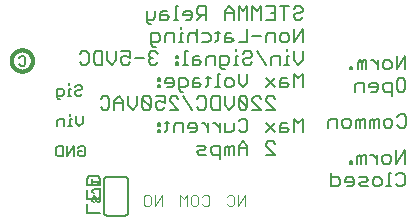
<source format=gbr>
G04 EAGLE Gerber RS-274X export*
G75*
%MOMM*%
%FSLAX34Y34*%
%LPD*%
%INSilkscreen Bottom*%
%IPPOS*%
%AMOC8*
5,1,8,0,0,1.08239X$1,22.5*%
G01*
%ADD10C,0.152400*%
%ADD11C,0.127000*%
%ADD12C,0.101600*%
%ADD13C,0.304800*%
%ADD14C,0.203200*%


D10*
X331506Y111683D02*
X333370Y113548D01*
X337099Y113548D01*
X338963Y111683D01*
X338963Y104226D01*
X337099Y102362D01*
X333370Y102362D01*
X331506Y104226D01*
X325405Y102362D02*
X321676Y102362D01*
X319812Y104226D01*
X319812Y107955D01*
X321676Y109819D01*
X325405Y109819D01*
X327269Y107955D01*
X327269Y104226D01*
X325405Y102362D01*
X315575Y102362D02*
X315575Y109819D01*
X313711Y109819D01*
X311847Y107955D01*
X311847Y102362D01*
X311847Y107955D02*
X309982Y109819D01*
X308118Y107955D01*
X308118Y102362D01*
X303881Y102362D02*
X303881Y109819D01*
X302017Y109819D01*
X300153Y107955D01*
X300153Y102362D01*
X300153Y107955D02*
X298288Y109819D01*
X296424Y107955D01*
X296424Y102362D01*
X290323Y102362D02*
X286594Y102362D01*
X284730Y104226D01*
X284730Y107955D01*
X286594Y109819D01*
X290323Y109819D01*
X292187Y107955D01*
X292187Y104226D01*
X290323Y102362D01*
X280493Y102362D02*
X280493Y109819D01*
X274900Y109819D01*
X273036Y107955D01*
X273036Y102362D01*
X337693Y83068D02*
X337693Y71882D01*
X330236Y71882D02*
X337693Y83068D01*
X330236Y83068D02*
X330236Y71882D01*
X324135Y71882D02*
X320406Y71882D01*
X318542Y73746D01*
X318542Y77475D01*
X320406Y79339D01*
X324135Y79339D01*
X325999Y77475D01*
X325999Y73746D01*
X324135Y71882D01*
X314305Y71882D02*
X314305Y79339D01*
X314305Y75611D02*
X310577Y79339D01*
X308712Y79339D01*
X304560Y79339D02*
X304560Y71882D01*
X304560Y79339D02*
X302696Y79339D01*
X300832Y77475D01*
X300832Y71882D01*
X300832Y77475D02*
X298967Y79339D01*
X297103Y77475D01*
X297103Y71882D01*
X292866Y71882D02*
X292866Y73746D01*
X291002Y73746D01*
X291002Y71882D01*
X292866Y71882D01*
X330236Y62153D02*
X332100Y64018D01*
X335829Y64018D01*
X337693Y62153D01*
X337693Y54696D01*
X335829Y52832D01*
X332100Y52832D01*
X330236Y54696D01*
X325999Y64018D02*
X324135Y64018D01*
X324135Y52832D01*
X325999Y52832D02*
X322271Y52832D01*
X316339Y52832D02*
X312610Y52832D01*
X310746Y54696D01*
X310746Y58425D01*
X312610Y60289D01*
X316339Y60289D01*
X318203Y58425D01*
X318203Y54696D01*
X316339Y52832D01*
X306509Y52832D02*
X300916Y52832D01*
X299052Y54696D01*
X300916Y56561D01*
X304645Y56561D01*
X306509Y58425D01*
X304645Y60289D01*
X299052Y60289D01*
X292951Y52832D02*
X289222Y52832D01*
X292951Y52832D02*
X294815Y54696D01*
X294815Y58425D01*
X292951Y60289D01*
X289222Y60289D01*
X287358Y58425D01*
X287358Y56561D01*
X294815Y56561D01*
X275664Y52832D02*
X275664Y64018D01*
X275664Y52832D02*
X281257Y52832D01*
X283121Y54696D01*
X283121Y58425D01*
X281257Y60289D01*
X275664Y60289D01*
X338328Y151892D02*
X338328Y163078D01*
X330871Y151892D01*
X330871Y163078D01*
X324770Y151892D02*
X321041Y151892D01*
X319177Y153756D01*
X319177Y157485D01*
X321041Y159349D01*
X324770Y159349D01*
X326634Y157485D01*
X326634Y153756D01*
X324770Y151892D01*
X314940Y151892D02*
X314940Y159349D01*
X314940Y155621D02*
X311212Y159349D01*
X309347Y159349D01*
X305195Y159349D02*
X305195Y151892D01*
X305195Y159349D02*
X303331Y159349D01*
X301467Y157485D01*
X301467Y151892D01*
X301467Y157485D02*
X299602Y159349D01*
X297738Y157485D01*
X297738Y151892D01*
X293501Y151892D02*
X293501Y153756D01*
X291637Y153756D01*
X291637Y151892D01*
X293501Y151892D01*
X332735Y144028D02*
X336464Y144028D01*
X338328Y142163D01*
X338328Y134706D01*
X336464Y132842D01*
X332735Y132842D01*
X330871Y134706D01*
X330871Y142163D01*
X332735Y144028D01*
X326634Y140299D02*
X326634Y129114D01*
X326634Y140299D02*
X321041Y140299D01*
X319177Y138435D01*
X319177Y134706D01*
X321041Y132842D01*
X326634Y132842D01*
X313076Y132842D02*
X309347Y132842D01*
X313076Y132842D02*
X314940Y134706D01*
X314940Y138435D01*
X313076Y140299D01*
X309347Y140299D01*
X307483Y138435D01*
X307483Y136571D01*
X314940Y136571D01*
X303246Y140299D02*
X303246Y132842D01*
X303246Y140299D02*
X297653Y140299D01*
X295789Y138435D01*
X295789Y132842D01*
D11*
X62924Y87003D02*
X61441Y85520D01*
X62924Y87003D02*
X65890Y87003D01*
X67373Y85520D01*
X67373Y79588D01*
X65890Y78105D01*
X62924Y78105D01*
X61441Y79588D01*
X61441Y82554D01*
X64407Y82554D01*
X58018Y78105D02*
X58018Y87003D01*
X52086Y78105D01*
X52086Y87003D01*
X48662Y87003D02*
X48662Y78105D01*
X44214Y78105D01*
X42731Y79588D01*
X42731Y85520D01*
X44214Y87003D01*
X48662Y87003D01*
X65179Y106471D02*
X65179Y112403D01*
X65179Y106471D02*
X62213Y103505D01*
X59247Y106471D01*
X59247Y112403D01*
X55823Y109437D02*
X54341Y109437D01*
X54341Y103505D01*
X55823Y103505D02*
X52858Y103505D01*
X54341Y112403D02*
X54341Y113886D01*
X49587Y109437D02*
X49587Y103505D01*
X49587Y109437D02*
X45138Y109437D01*
X43655Y107954D01*
X43655Y103505D01*
X58612Y136955D02*
X60095Y138438D01*
X63061Y138438D01*
X64544Y136955D01*
X64544Y135472D01*
X63061Y133989D01*
X60095Y133989D01*
X58612Y132506D01*
X58612Y131023D01*
X60095Y129540D01*
X63061Y129540D01*
X64544Y131023D01*
X55188Y135472D02*
X53706Y135472D01*
X53706Y129540D01*
X55188Y129540D02*
X52223Y129540D01*
X53706Y138438D02*
X53706Y139921D01*
X45986Y126574D02*
X44503Y126574D01*
X43020Y128057D01*
X43020Y135472D01*
X47469Y135472D01*
X48952Y133989D01*
X48952Y131023D01*
X47469Y129540D01*
X43020Y129540D01*
D12*
X132037Y45220D02*
X132037Y36068D01*
X125936Y36068D02*
X132037Y45220D01*
X125936Y45220D02*
X125936Y36068D01*
X121157Y45220D02*
X118106Y45220D01*
X121157Y45220D02*
X122682Y43695D01*
X122682Y37593D01*
X121157Y36068D01*
X118106Y36068D01*
X116581Y37593D01*
X116581Y43695D01*
X118106Y45220D01*
X166174Y43695D02*
X167699Y45220D01*
X170750Y45220D01*
X172275Y43695D01*
X172275Y37593D01*
X170750Y36068D01*
X167699Y36068D01*
X166174Y37593D01*
X161394Y45220D02*
X158344Y45220D01*
X161394Y45220D02*
X162920Y43695D01*
X162920Y37593D01*
X161394Y36068D01*
X158344Y36068D01*
X156818Y37593D01*
X156818Y43695D01*
X158344Y45220D01*
X153564Y45220D02*
X153564Y36068D01*
X150514Y42169D02*
X153564Y45220D01*
X150514Y42169D02*
X147463Y45220D01*
X147463Y36068D01*
X202522Y36068D02*
X202522Y45220D01*
X196421Y36068D01*
X196421Y45220D01*
X188591Y45220D02*
X187066Y43695D01*
X188591Y45220D02*
X191642Y45220D01*
X193167Y43695D01*
X193167Y37593D01*
X191642Y36068D01*
X188591Y36068D01*
X187066Y37593D01*
D10*
X243876Y203123D02*
X245740Y204988D01*
X249469Y204988D01*
X251333Y203123D01*
X251333Y201259D01*
X249469Y199395D01*
X245740Y199395D01*
X243876Y197531D01*
X243876Y195666D01*
X245740Y193802D01*
X249469Y193802D01*
X251333Y195666D01*
X235911Y193802D02*
X235911Y204988D01*
X239639Y204988D02*
X232182Y204988D01*
X227945Y204988D02*
X220488Y204988D01*
X227945Y204988D02*
X227945Y193802D01*
X220488Y193802D01*
X224217Y199395D02*
X227945Y199395D01*
X216251Y193802D02*
X216251Y204988D01*
X212523Y201259D01*
X208794Y204988D01*
X208794Y193802D01*
X204557Y193802D02*
X204557Y204988D01*
X200829Y201259D01*
X197100Y204988D01*
X197100Y193802D01*
X192863Y193802D02*
X192863Y201259D01*
X189135Y204988D01*
X185406Y201259D01*
X185406Y193802D01*
X185406Y199395D02*
X192863Y199395D01*
X169475Y193802D02*
X169475Y204988D01*
X163882Y204988D01*
X162018Y203123D01*
X162018Y199395D01*
X163882Y197531D01*
X169475Y197531D01*
X165747Y197531D02*
X162018Y193802D01*
X155917Y193802D02*
X152189Y193802D01*
X155917Y193802D02*
X157781Y195666D01*
X157781Y199395D01*
X155917Y201259D01*
X152189Y201259D01*
X150324Y199395D01*
X150324Y197531D01*
X157781Y197531D01*
X146087Y204988D02*
X144223Y204988D01*
X144223Y193802D01*
X146087Y193802D02*
X142359Y193802D01*
X136427Y201259D02*
X132699Y201259D01*
X130834Y199395D01*
X130834Y193802D01*
X136427Y193802D01*
X138291Y195666D01*
X136427Y197531D01*
X130834Y197531D01*
X126597Y195666D02*
X126597Y201259D01*
X126597Y195666D02*
X124733Y193802D01*
X119140Y193802D01*
X119140Y191938D02*
X119140Y201259D01*
X119140Y191938D02*
X121005Y190074D01*
X122869Y190074D01*
X251333Y185938D02*
X251333Y174752D01*
X243876Y174752D02*
X251333Y185938D01*
X243876Y185938D02*
X243876Y174752D01*
X237775Y174752D02*
X234046Y174752D01*
X232182Y176616D01*
X232182Y180345D01*
X234046Y182209D01*
X237775Y182209D01*
X239639Y180345D01*
X239639Y176616D01*
X237775Y174752D01*
X227945Y174752D02*
X227945Y182209D01*
X222352Y182209D01*
X220488Y180345D01*
X220488Y174752D01*
X216251Y180345D02*
X208794Y180345D01*
X204557Y185938D02*
X204557Y174752D01*
X197100Y174752D01*
X190999Y182209D02*
X187270Y182209D01*
X185406Y180345D01*
X185406Y174752D01*
X190999Y174752D01*
X192863Y176616D01*
X190999Y178481D01*
X185406Y178481D01*
X179305Y176616D02*
X179305Y184073D01*
X179305Y176616D02*
X177441Y174752D01*
X177441Y182209D02*
X181169Y182209D01*
X171509Y182209D02*
X165916Y182209D01*
X171509Y182209D02*
X173373Y180345D01*
X173373Y176616D01*
X171509Y174752D01*
X165916Y174752D01*
X161679Y174752D02*
X161679Y185938D01*
X159815Y182209D02*
X161679Y180345D01*
X159815Y182209D02*
X156087Y182209D01*
X154222Y180345D01*
X154222Y174752D01*
X149985Y182209D02*
X148121Y182209D01*
X148121Y174752D01*
X149985Y174752D02*
X146257Y174752D01*
X148121Y185938D02*
X148121Y187802D01*
X142189Y182209D02*
X142189Y174752D01*
X142189Y182209D02*
X136597Y182209D01*
X134732Y180345D01*
X134732Y174752D01*
X126767Y171024D02*
X124903Y171024D01*
X123038Y172888D01*
X123038Y182209D01*
X128631Y182209D01*
X130495Y180345D01*
X130495Y176616D01*
X128631Y174752D01*
X123038Y174752D01*
X251333Y166888D02*
X251333Y159431D01*
X247605Y155702D01*
X243876Y159431D01*
X243876Y166888D01*
X239639Y163159D02*
X237775Y163159D01*
X237775Y155702D01*
X239639Y155702D02*
X235911Y155702D01*
X237775Y166888D02*
X237775Y168752D01*
X231843Y163159D02*
X231843Y155702D01*
X231843Y163159D02*
X226250Y163159D01*
X224386Y161295D01*
X224386Y155702D01*
X220149Y155702D02*
X212692Y166888D01*
X202862Y166888D02*
X200998Y165023D01*
X202862Y166888D02*
X206591Y166888D01*
X208455Y165023D01*
X208455Y163159D01*
X206591Y161295D01*
X202862Y161295D01*
X200998Y159431D01*
X200998Y157566D01*
X202862Y155702D01*
X206591Y155702D01*
X208455Y157566D01*
X196761Y163159D02*
X194897Y163159D01*
X194897Y155702D01*
X196761Y155702D02*
X193033Y155702D01*
X194897Y166888D02*
X194897Y168752D01*
X185237Y151974D02*
X183372Y151974D01*
X181508Y153838D01*
X181508Y163159D01*
X187101Y163159D01*
X188965Y161295D01*
X188965Y157566D01*
X187101Y155702D01*
X181508Y155702D01*
X177271Y155702D02*
X177271Y163159D01*
X171678Y163159D01*
X169814Y161295D01*
X169814Y155702D01*
X163713Y163159D02*
X159985Y163159D01*
X158120Y161295D01*
X158120Y155702D01*
X163713Y155702D01*
X165577Y157566D01*
X163713Y159431D01*
X158120Y159431D01*
X153883Y166888D02*
X152019Y166888D01*
X152019Y155702D01*
X153883Y155702D02*
X150155Y155702D01*
X146087Y163159D02*
X144223Y163159D01*
X144223Y161295D01*
X146087Y161295D01*
X146087Y163159D01*
X146087Y157566D02*
X144223Y157566D01*
X144223Y155702D01*
X146087Y155702D01*
X146087Y157566D01*
X128546Y165023D02*
X126682Y166888D01*
X122954Y166888D01*
X121089Y165023D01*
X121089Y163159D01*
X122954Y161295D01*
X124818Y161295D01*
X122954Y161295D02*
X121089Y159431D01*
X121089Y157566D01*
X122954Y155702D01*
X126682Y155702D01*
X128546Y157566D01*
X116852Y161295D02*
X109395Y161295D01*
X105158Y166888D02*
X97701Y166888D01*
X105158Y166888D02*
X105158Y161295D01*
X101430Y163159D01*
X99566Y163159D01*
X97701Y161295D01*
X97701Y157566D01*
X99566Y155702D01*
X103294Y155702D01*
X105158Y157566D01*
X93464Y159431D02*
X93464Y166888D01*
X93464Y159431D02*
X89736Y155702D01*
X86007Y159431D01*
X86007Y166888D01*
X81771Y166888D02*
X81771Y155702D01*
X76178Y155702D01*
X74313Y157566D01*
X74313Y165023D01*
X76178Y166888D01*
X81771Y166888D01*
X64484Y166888D02*
X62620Y165023D01*
X64484Y166888D02*
X68212Y166888D01*
X70077Y165023D01*
X70077Y157566D01*
X68212Y155702D01*
X64484Y155702D01*
X62620Y157566D01*
X251333Y147838D02*
X251333Y136652D01*
X247605Y144109D02*
X251333Y147838D01*
X247605Y144109D02*
X243876Y147838D01*
X243876Y136652D01*
X237775Y144109D02*
X234046Y144109D01*
X232182Y142245D01*
X232182Y136652D01*
X237775Y136652D01*
X239639Y138516D01*
X237775Y140381D01*
X232182Y140381D01*
X227945Y144109D02*
X220488Y136652D01*
X227945Y136652D02*
X220488Y144109D01*
X204557Y147838D02*
X204557Y140381D01*
X200829Y136652D01*
X197100Y140381D01*
X197100Y147838D01*
X190999Y136652D02*
X187270Y136652D01*
X185406Y138516D01*
X185406Y142245D01*
X187270Y144109D01*
X190999Y144109D01*
X192863Y142245D01*
X192863Y138516D01*
X190999Y136652D01*
X181169Y147838D02*
X179305Y147838D01*
X179305Y136652D01*
X181169Y136652D02*
X177441Y136652D01*
X171509Y138516D02*
X171509Y145973D01*
X171509Y138516D02*
X169645Y136652D01*
X169645Y144109D02*
X173373Y144109D01*
X163713Y144109D02*
X159985Y144109D01*
X158120Y142245D01*
X158120Y136652D01*
X163713Y136652D01*
X165577Y138516D01*
X163713Y140381D01*
X158120Y140381D01*
X150155Y132924D02*
X148291Y132924D01*
X146426Y134788D01*
X146426Y144109D01*
X152019Y144109D01*
X153883Y142245D01*
X153883Y138516D01*
X152019Y136652D01*
X146426Y136652D01*
X140325Y136652D02*
X136597Y136652D01*
X140325Y136652D02*
X142189Y138516D01*
X142189Y142245D01*
X140325Y144109D01*
X136597Y144109D01*
X134732Y142245D01*
X134732Y140381D01*
X142189Y140381D01*
X130495Y144109D02*
X128631Y144109D01*
X128631Y142245D01*
X130495Y142245D01*
X130495Y144109D01*
X130495Y138516D02*
X128631Y138516D01*
X128631Y136652D01*
X130495Y136652D01*
X130495Y138516D01*
X220488Y117602D02*
X227945Y117602D01*
X220488Y125059D01*
X220488Y126923D01*
X222352Y128788D01*
X226081Y128788D01*
X227945Y126923D01*
X216251Y117602D02*
X208794Y117602D01*
X216251Y117602D02*
X208794Y125059D01*
X208794Y126923D01*
X210658Y128788D01*
X214387Y128788D01*
X216251Y126923D01*
X204557Y126923D02*
X204557Y119466D01*
X204557Y126923D02*
X202693Y128788D01*
X198964Y128788D01*
X197100Y126923D01*
X197100Y119466D01*
X198964Y117602D01*
X202693Y117602D01*
X204557Y119466D01*
X197100Y126923D01*
X192863Y128788D02*
X192863Y121331D01*
X189135Y117602D01*
X185406Y121331D01*
X185406Y128788D01*
X181169Y128788D02*
X181169Y117602D01*
X175576Y117602D01*
X173712Y119466D01*
X173712Y126923D01*
X175576Y128788D01*
X181169Y128788D01*
X163882Y128788D02*
X162018Y126923D01*
X163882Y128788D02*
X167611Y128788D01*
X169475Y126923D01*
X169475Y119466D01*
X167611Y117602D01*
X163882Y117602D01*
X162018Y119466D01*
X157781Y117602D02*
X150324Y128788D01*
X146087Y117602D02*
X138630Y117602D01*
X146087Y117602D02*
X138630Y125059D01*
X138630Y126923D01*
X140495Y128788D01*
X144223Y128788D01*
X146087Y126923D01*
X134393Y128788D02*
X126936Y128788D01*
X134393Y128788D02*
X134393Y123195D01*
X130665Y125059D01*
X128801Y125059D01*
X126936Y123195D01*
X126936Y119466D01*
X128801Y117602D01*
X132529Y117602D01*
X134393Y119466D01*
X122699Y119466D02*
X122699Y126923D01*
X120835Y128788D01*
X117107Y128788D01*
X115242Y126923D01*
X115242Y119466D01*
X117107Y117602D01*
X120835Y117602D01*
X122699Y119466D01*
X115242Y126923D01*
X111005Y128788D02*
X111005Y121331D01*
X107277Y117602D01*
X103548Y121331D01*
X103548Y128788D01*
X99311Y125059D02*
X99311Y117602D01*
X99311Y125059D02*
X95583Y128788D01*
X91854Y125059D01*
X91854Y117602D01*
X91854Y123195D02*
X99311Y123195D01*
X82025Y128788D02*
X80160Y126923D01*
X82025Y128788D02*
X85753Y128788D01*
X87617Y126923D01*
X87617Y119466D01*
X85753Y117602D01*
X82025Y117602D01*
X80160Y119466D01*
X251333Y109738D02*
X251333Y98552D01*
X247605Y106009D02*
X251333Y109738D01*
X247605Y106009D02*
X243876Y109738D01*
X243876Y98552D01*
X237775Y106009D02*
X234046Y106009D01*
X232182Y104145D01*
X232182Y98552D01*
X237775Y98552D01*
X239639Y100416D01*
X237775Y102281D01*
X232182Y102281D01*
X227945Y106009D02*
X220488Y98552D01*
X227945Y98552D02*
X220488Y106009D01*
X198964Y109738D02*
X197100Y107873D01*
X198964Y109738D02*
X202693Y109738D01*
X204557Y107873D01*
X204557Y100416D01*
X202693Y98552D01*
X198964Y98552D01*
X197100Y100416D01*
X192863Y100416D02*
X192863Y106009D01*
X192863Y100416D02*
X190999Y98552D01*
X185406Y98552D01*
X185406Y106009D01*
X181169Y106009D02*
X181169Y98552D01*
X181169Y102281D02*
X177441Y106009D01*
X175576Y106009D01*
X171424Y106009D02*
X171424Y98552D01*
X171424Y102281D02*
X167696Y106009D01*
X165831Y106009D01*
X159815Y98552D02*
X156087Y98552D01*
X159815Y98552D02*
X161679Y100416D01*
X161679Y104145D01*
X159815Y106009D01*
X156087Y106009D01*
X154222Y104145D01*
X154222Y102281D01*
X161679Y102281D01*
X149985Y106009D02*
X149985Y98552D01*
X149985Y106009D02*
X144393Y106009D01*
X142528Y104145D01*
X142528Y98552D01*
X136427Y100416D02*
X136427Y107873D01*
X136427Y100416D02*
X134563Y98552D01*
X134563Y106009D02*
X138291Y106009D01*
X130495Y106009D02*
X128631Y106009D01*
X128631Y104145D01*
X130495Y104145D01*
X130495Y106009D01*
X130495Y100416D02*
X128631Y100416D01*
X128631Y98552D01*
X130495Y98552D01*
X130495Y100416D01*
X220488Y79502D02*
X227945Y79502D01*
X220488Y86959D01*
X220488Y88823D01*
X222352Y90688D01*
X226081Y90688D01*
X227945Y88823D01*
X204557Y86959D02*
X204557Y79502D01*
X204557Y86959D02*
X200829Y90688D01*
X197100Y86959D01*
X197100Y79502D01*
X197100Y85095D02*
X204557Y85095D01*
X192863Y86959D02*
X192863Y79502D01*
X192863Y86959D02*
X190999Y86959D01*
X189135Y85095D01*
X189135Y79502D01*
X189135Y85095D02*
X187270Y86959D01*
X185406Y85095D01*
X185406Y79502D01*
X181169Y75774D02*
X181169Y86959D01*
X175576Y86959D01*
X173712Y85095D01*
X173712Y81366D01*
X175576Y79502D01*
X181169Y79502D01*
X169475Y79502D02*
X163882Y79502D01*
X162018Y81366D01*
X163882Y83231D01*
X167611Y83231D01*
X169475Y85095D01*
X167611Y86959D01*
X162018Y86959D01*
X79893Y30211D02*
X68707Y30211D01*
X68707Y37668D01*
X79893Y41905D02*
X79893Y49362D01*
X79893Y41905D02*
X68707Y41905D01*
X68707Y49362D01*
X74300Y45634D02*
X74300Y41905D01*
X79893Y53599D02*
X68707Y53599D01*
X68707Y59192D01*
X70571Y61056D01*
X78028Y61056D01*
X79893Y59192D01*
X79893Y53599D01*
D13*
X4990Y158750D02*
X4993Y158970D01*
X5001Y159191D01*
X5014Y159411D01*
X5033Y159630D01*
X5058Y159849D01*
X5087Y160068D01*
X5122Y160285D01*
X5163Y160502D01*
X5208Y160718D01*
X5259Y160932D01*
X5315Y161145D01*
X5377Y161357D01*
X5443Y161567D01*
X5515Y161775D01*
X5592Y161982D01*
X5674Y162186D01*
X5760Y162389D01*
X5852Y162589D01*
X5949Y162788D01*
X6050Y162983D01*
X6157Y163176D01*
X6268Y163367D01*
X6383Y163554D01*
X6503Y163739D01*
X6628Y163921D01*
X6757Y164099D01*
X6891Y164275D01*
X7028Y164447D01*
X7170Y164615D01*
X7316Y164781D01*
X7466Y164942D01*
X7620Y165100D01*
X7778Y165254D01*
X7939Y165404D01*
X8105Y165550D01*
X8273Y165692D01*
X8445Y165829D01*
X8621Y165963D01*
X8799Y166092D01*
X8981Y166217D01*
X9166Y166337D01*
X9353Y166452D01*
X9544Y166563D01*
X9737Y166670D01*
X9932Y166771D01*
X10131Y166868D01*
X10331Y166960D01*
X10534Y167046D01*
X10738Y167128D01*
X10945Y167205D01*
X11153Y167277D01*
X11363Y167343D01*
X11575Y167405D01*
X11788Y167461D01*
X12002Y167512D01*
X12218Y167557D01*
X12435Y167598D01*
X12652Y167633D01*
X12871Y167662D01*
X13090Y167687D01*
X13309Y167706D01*
X13529Y167719D01*
X13750Y167727D01*
X13970Y167730D01*
X14190Y167727D01*
X14411Y167719D01*
X14631Y167706D01*
X14850Y167687D01*
X15069Y167662D01*
X15288Y167633D01*
X15505Y167598D01*
X15722Y167557D01*
X15938Y167512D01*
X16152Y167461D01*
X16365Y167405D01*
X16577Y167343D01*
X16787Y167277D01*
X16995Y167205D01*
X17202Y167128D01*
X17406Y167046D01*
X17609Y166960D01*
X17809Y166868D01*
X18008Y166771D01*
X18203Y166670D01*
X18396Y166563D01*
X18587Y166452D01*
X18774Y166337D01*
X18959Y166217D01*
X19141Y166092D01*
X19319Y165963D01*
X19495Y165829D01*
X19667Y165692D01*
X19835Y165550D01*
X20001Y165404D01*
X20162Y165254D01*
X20320Y165100D01*
X20474Y164942D01*
X20624Y164781D01*
X20770Y164615D01*
X20912Y164447D01*
X21049Y164275D01*
X21183Y164099D01*
X21312Y163921D01*
X21437Y163739D01*
X21557Y163554D01*
X21672Y163367D01*
X21783Y163176D01*
X21890Y162983D01*
X21991Y162788D01*
X22088Y162589D01*
X22180Y162389D01*
X22266Y162186D01*
X22348Y161982D01*
X22425Y161775D01*
X22497Y161567D01*
X22563Y161357D01*
X22625Y161145D01*
X22681Y160932D01*
X22732Y160718D01*
X22777Y160502D01*
X22818Y160285D01*
X22853Y160068D01*
X22882Y159849D01*
X22907Y159630D01*
X22926Y159411D01*
X22939Y159191D01*
X22947Y158970D01*
X22950Y158750D01*
X22947Y158530D01*
X22939Y158309D01*
X22926Y158089D01*
X22907Y157870D01*
X22882Y157651D01*
X22853Y157432D01*
X22818Y157215D01*
X22777Y156998D01*
X22732Y156782D01*
X22681Y156568D01*
X22625Y156355D01*
X22563Y156143D01*
X22497Y155933D01*
X22425Y155725D01*
X22348Y155518D01*
X22266Y155314D01*
X22180Y155111D01*
X22088Y154911D01*
X21991Y154712D01*
X21890Y154517D01*
X21783Y154324D01*
X21672Y154133D01*
X21557Y153946D01*
X21437Y153761D01*
X21312Y153579D01*
X21183Y153401D01*
X21049Y153225D01*
X20912Y153053D01*
X20770Y152885D01*
X20624Y152719D01*
X20474Y152558D01*
X20320Y152400D01*
X20162Y152246D01*
X20001Y152096D01*
X19835Y151950D01*
X19667Y151808D01*
X19495Y151671D01*
X19319Y151537D01*
X19141Y151408D01*
X18959Y151283D01*
X18774Y151163D01*
X18587Y151048D01*
X18396Y150937D01*
X18203Y150830D01*
X18008Y150729D01*
X17809Y150632D01*
X17609Y150540D01*
X17406Y150454D01*
X17202Y150372D01*
X16995Y150295D01*
X16787Y150223D01*
X16577Y150157D01*
X16365Y150095D01*
X16152Y150039D01*
X15938Y149988D01*
X15722Y149943D01*
X15505Y149902D01*
X15288Y149867D01*
X15069Y149838D01*
X14850Y149813D01*
X14631Y149794D01*
X14411Y149781D01*
X14190Y149773D01*
X13970Y149770D01*
X13750Y149773D01*
X13529Y149781D01*
X13309Y149794D01*
X13090Y149813D01*
X12871Y149838D01*
X12652Y149867D01*
X12435Y149902D01*
X12218Y149943D01*
X12002Y149988D01*
X11788Y150039D01*
X11575Y150095D01*
X11363Y150157D01*
X11153Y150223D01*
X10945Y150295D01*
X10738Y150372D01*
X10534Y150454D01*
X10331Y150540D01*
X10131Y150632D01*
X9932Y150729D01*
X9737Y150830D01*
X9544Y150937D01*
X9353Y151048D01*
X9166Y151163D01*
X8981Y151283D01*
X8799Y151408D01*
X8621Y151537D01*
X8445Y151671D01*
X8273Y151808D01*
X8105Y151950D01*
X7939Y152096D01*
X7778Y152246D01*
X7620Y152400D01*
X7466Y152558D01*
X7316Y152719D01*
X7170Y152885D01*
X7028Y153053D01*
X6891Y153225D01*
X6757Y153401D01*
X6628Y153579D01*
X6503Y153761D01*
X6383Y153946D01*
X6268Y154133D01*
X6157Y154324D01*
X6050Y154517D01*
X5949Y154712D01*
X5852Y154911D01*
X5760Y155111D01*
X5674Y155314D01*
X5592Y155518D01*
X5515Y155725D01*
X5443Y155933D01*
X5377Y156143D01*
X5315Y156355D01*
X5259Y156568D01*
X5208Y156782D01*
X5163Y156998D01*
X5122Y157215D01*
X5087Y157432D01*
X5058Y157651D01*
X5033Y157870D01*
X5014Y158089D01*
X5001Y158309D01*
X4993Y158530D01*
X4990Y158750D01*
D14*
X11087Y161465D02*
X12443Y162821D01*
X15154Y162821D01*
X16510Y161465D01*
X16510Y156042D01*
X15154Y154686D01*
X12443Y154686D01*
X11087Y156042D01*
X103505Y58420D02*
X103505Y30480D01*
X85725Y27940D02*
X85625Y27942D01*
X85526Y27948D01*
X85426Y27958D01*
X85328Y27971D01*
X85229Y27989D01*
X85132Y28010D01*
X85036Y28035D01*
X84940Y28064D01*
X84846Y28097D01*
X84753Y28133D01*
X84662Y28173D01*
X84572Y28217D01*
X84484Y28264D01*
X84398Y28314D01*
X84314Y28368D01*
X84232Y28425D01*
X84153Y28485D01*
X84075Y28549D01*
X84001Y28615D01*
X83929Y28684D01*
X83860Y28756D01*
X83794Y28830D01*
X83730Y28908D01*
X83670Y28987D01*
X83613Y29069D01*
X83559Y29153D01*
X83509Y29239D01*
X83462Y29327D01*
X83418Y29417D01*
X83378Y29508D01*
X83342Y29601D01*
X83309Y29695D01*
X83280Y29791D01*
X83255Y29887D01*
X83234Y29984D01*
X83216Y30083D01*
X83203Y30181D01*
X83193Y30281D01*
X83187Y30380D01*
X83185Y30480D01*
X83185Y58420D02*
X83187Y58520D01*
X83193Y58619D01*
X83203Y58719D01*
X83216Y58817D01*
X83234Y58916D01*
X83255Y59013D01*
X83280Y59109D01*
X83309Y59205D01*
X83342Y59299D01*
X83378Y59392D01*
X83418Y59483D01*
X83462Y59573D01*
X83509Y59661D01*
X83559Y59747D01*
X83613Y59831D01*
X83670Y59913D01*
X83730Y59992D01*
X83794Y60070D01*
X83860Y60144D01*
X83929Y60216D01*
X84001Y60285D01*
X84075Y60351D01*
X84153Y60415D01*
X84232Y60475D01*
X84314Y60532D01*
X84398Y60586D01*
X84484Y60636D01*
X84572Y60683D01*
X84662Y60727D01*
X84753Y60767D01*
X84846Y60803D01*
X84940Y60836D01*
X85036Y60865D01*
X85132Y60890D01*
X85229Y60911D01*
X85328Y60929D01*
X85426Y60942D01*
X85526Y60952D01*
X85625Y60958D01*
X85725Y60960D01*
X100965Y60960D02*
X101065Y60958D01*
X101164Y60952D01*
X101264Y60942D01*
X101362Y60929D01*
X101461Y60911D01*
X101558Y60890D01*
X101654Y60865D01*
X101750Y60836D01*
X101844Y60803D01*
X101937Y60767D01*
X102028Y60727D01*
X102118Y60683D01*
X102206Y60636D01*
X102292Y60586D01*
X102376Y60532D01*
X102458Y60475D01*
X102537Y60415D01*
X102615Y60351D01*
X102689Y60285D01*
X102761Y60216D01*
X102830Y60144D01*
X102896Y60070D01*
X102960Y59992D01*
X103020Y59913D01*
X103077Y59831D01*
X103131Y59747D01*
X103181Y59661D01*
X103228Y59573D01*
X103272Y59483D01*
X103312Y59392D01*
X103348Y59299D01*
X103381Y59205D01*
X103410Y59109D01*
X103435Y59013D01*
X103456Y58916D01*
X103474Y58817D01*
X103487Y58719D01*
X103497Y58619D01*
X103503Y58520D01*
X103505Y58420D01*
X103505Y30480D02*
X103503Y30380D01*
X103497Y30281D01*
X103487Y30181D01*
X103474Y30083D01*
X103456Y29984D01*
X103435Y29887D01*
X103410Y29791D01*
X103381Y29695D01*
X103348Y29601D01*
X103312Y29508D01*
X103272Y29417D01*
X103228Y29327D01*
X103181Y29239D01*
X103131Y29153D01*
X103077Y29069D01*
X103020Y28987D01*
X102960Y28908D01*
X102896Y28830D01*
X102830Y28756D01*
X102761Y28684D01*
X102689Y28615D01*
X102615Y28549D01*
X102537Y28485D01*
X102458Y28425D01*
X102376Y28368D01*
X102292Y28314D01*
X102206Y28264D01*
X102118Y28217D01*
X102028Y28173D01*
X101937Y28133D01*
X101844Y28097D01*
X101750Y28064D01*
X101654Y28035D01*
X101558Y28010D01*
X101461Y27989D01*
X101362Y27971D01*
X101264Y27958D01*
X101164Y27948D01*
X101065Y27942D01*
X100965Y27940D01*
X85725Y27940D01*
X85725Y60960D02*
X100965Y60960D01*
X83185Y58420D02*
X83185Y30480D01*
D10*
X79889Y42574D02*
X78787Y43676D01*
X79889Y42574D02*
X79889Y40371D01*
X78787Y39270D01*
X77685Y39270D01*
X76584Y40371D01*
X76584Y42574D01*
X75482Y43676D01*
X74381Y43676D01*
X73279Y42574D01*
X73279Y40371D01*
X74381Y39270D01*
X74381Y46754D02*
X73279Y47855D01*
X73279Y48957D01*
X74381Y50059D01*
X79889Y50059D01*
X79889Y51160D02*
X79889Y48957D01*
X77685Y54238D02*
X79889Y56441D01*
X73279Y56441D01*
X73279Y54238D02*
X73279Y58644D01*
M02*

</source>
